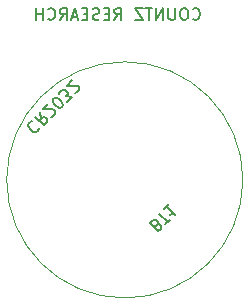
<source format=gbr>
%TF.GenerationSoftware,KiCad,Pcbnew,(5.1.9-0-10_14)*%
%TF.CreationDate,2021-04-10T21:21:16-04:00*%
%TF.ProjectId,Hexo,4865786f-2e6b-4696-9361-645f70636258,1*%
%TF.SameCoordinates,Original*%
%TF.FileFunction,Legend,Bot*%
%TF.FilePolarity,Positive*%
%FSLAX46Y46*%
G04 Gerber Fmt 4.6, Leading zero omitted, Abs format (unit mm)*
G04 Created by KiCad (PCBNEW (5.1.9-0-10_14)) date 2021-04-10 21:21:16*
%MOMM*%
%LPD*%
G01*
G04 APERTURE LIST*
%ADD10C,0.150000*%
%ADD11C,0.120000*%
G04 APERTURE END LIST*
D10*
X143146784Y-91238018D02*
X143079441Y-91238018D01*
X142944754Y-91305362D01*
X142877410Y-91372705D01*
X142810067Y-91507392D01*
X142810067Y-91642079D01*
X142843739Y-91743095D01*
X142944754Y-91911453D01*
X143045769Y-92012469D01*
X143214128Y-92113484D01*
X143315143Y-92147156D01*
X143449830Y-92147156D01*
X143584517Y-92079812D01*
X143651861Y-92012469D01*
X143719204Y-91877782D01*
X143719204Y-91810438D01*
X143786548Y-90463568D02*
X143887563Y-91035988D01*
X143382487Y-90867629D02*
X144089593Y-91574736D01*
X144358967Y-91305362D01*
X144392639Y-91204347D01*
X144392639Y-91137003D01*
X144358967Y-91035988D01*
X144257952Y-90934973D01*
X144156937Y-90901301D01*
X144089593Y-90901301D01*
X143988578Y-90934973D01*
X143719204Y-91204347D01*
X144695685Y-90833957D02*
X144763028Y-90833957D01*
X144864044Y-90800286D01*
X145032402Y-90631927D01*
X145066074Y-90530912D01*
X145066074Y-90463568D01*
X145032402Y-90362553D01*
X144965059Y-90295209D01*
X144830372Y-90227866D01*
X144022250Y-90227866D01*
X144459983Y-89790133D01*
X145604822Y-90059507D02*
X145672166Y-89992164D01*
X145705837Y-89891148D01*
X145705837Y-89823805D01*
X145672166Y-89722790D01*
X145571150Y-89554431D01*
X145402792Y-89386072D01*
X145234433Y-89285057D01*
X145133418Y-89251385D01*
X145066074Y-89251385D01*
X144965059Y-89285057D01*
X144897715Y-89352400D01*
X144864044Y-89453416D01*
X144864044Y-89520759D01*
X144897715Y-89621774D01*
X144998731Y-89790133D01*
X145167089Y-89958492D01*
X145335448Y-90059507D01*
X145436463Y-90093179D01*
X145503807Y-90093179D01*
X145604822Y-90059507D01*
X146076227Y-89588103D02*
X146513959Y-89150370D01*
X146008883Y-89116698D01*
X146109898Y-89015683D01*
X146143570Y-88914668D01*
X146143570Y-88847324D01*
X146109898Y-88746309D01*
X145941540Y-88577950D01*
X145840524Y-88544278D01*
X145773181Y-88544278D01*
X145672166Y-88577950D01*
X145470135Y-88779981D01*
X145436463Y-88880996D01*
X145436463Y-88948339D01*
X146715990Y-88813652D02*
X146783333Y-88813652D01*
X146884349Y-88779981D01*
X147052707Y-88611622D01*
X147086379Y-88510607D01*
X147086379Y-88443263D01*
X147052707Y-88342248D01*
X146985364Y-88274904D01*
X146850677Y-88207561D01*
X146042555Y-88207561D01*
X146480288Y-87769828D01*
X156714213Y-82566142D02*
X156761832Y-82613761D01*
X156904689Y-82661380D01*
X156999927Y-82661380D01*
X157142784Y-82613761D01*
X157238022Y-82518523D01*
X157285641Y-82423285D01*
X157333260Y-82232809D01*
X157333260Y-82089952D01*
X157285641Y-81899476D01*
X157238022Y-81804238D01*
X157142784Y-81709000D01*
X156999927Y-81661380D01*
X156904689Y-81661380D01*
X156761832Y-81709000D01*
X156714213Y-81756619D01*
X156095165Y-81661380D02*
X155904689Y-81661380D01*
X155809451Y-81709000D01*
X155714213Y-81804238D01*
X155666594Y-81994714D01*
X155666594Y-82328047D01*
X155714213Y-82518523D01*
X155809451Y-82613761D01*
X155904689Y-82661380D01*
X156095165Y-82661380D01*
X156190403Y-82613761D01*
X156285641Y-82518523D01*
X156333260Y-82328047D01*
X156333260Y-81994714D01*
X156285641Y-81804238D01*
X156190403Y-81709000D01*
X156095165Y-81661380D01*
X155238022Y-81661380D02*
X155238022Y-82470904D01*
X155190403Y-82566142D01*
X155142784Y-82613761D01*
X155047546Y-82661380D01*
X154857070Y-82661380D01*
X154761832Y-82613761D01*
X154714213Y-82566142D01*
X154666594Y-82470904D01*
X154666594Y-81661380D01*
X154190403Y-82661380D02*
X154190403Y-81661380D01*
X153618975Y-82661380D01*
X153618975Y-81661380D01*
X153285641Y-81661380D02*
X152714213Y-81661380D01*
X152999927Y-82661380D02*
X152999927Y-81661380D01*
X152476118Y-81661380D02*
X151809451Y-81661380D01*
X152476118Y-82661380D01*
X151809451Y-82661380D01*
X150095165Y-82661380D02*
X150428499Y-82185190D01*
X150666594Y-82661380D02*
X150666594Y-81661380D01*
X150285641Y-81661380D01*
X150190403Y-81709000D01*
X150142784Y-81756619D01*
X150095165Y-81851857D01*
X150095165Y-81994714D01*
X150142784Y-82089952D01*
X150190403Y-82137571D01*
X150285641Y-82185190D01*
X150666594Y-82185190D01*
X149666594Y-82137571D02*
X149333260Y-82137571D01*
X149190403Y-82661380D02*
X149666594Y-82661380D01*
X149666594Y-81661380D01*
X149190403Y-81661380D01*
X148809451Y-82613761D02*
X148666594Y-82661380D01*
X148428499Y-82661380D01*
X148333260Y-82613761D01*
X148285641Y-82566142D01*
X148238022Y-82470904D01*
X148238022Y-82375666D01*
X148285641Y-82280428D01*
X148333260Y-82232809D01*
X148428499Y-82185190D01*
X148618975Y-82137571D01*
X148714213Y-82089952D01*
X148761832Y-82042333D01*
X148809451Y-81947095D01*
X148809451Y-81851857D01*
X148761832Y-81756619D01*
X148714213Y-81709000D01*
X148618975Y-81661380D01*
X148380880Y-81661380D01*
X148238022Y-81709000D01*
X147809451Y-82137571D02*
X147476118Y-82137571D01*
X147333260Y-82661380D02*
X147809451Y-82661380D01*
X147809451Y-81661380D01*
X147333260Y-81661380D01*
X146952308Y-82375666D02*
X146476118Y-82375666D01*
X147047546Y-82661380D02*
X146714213Y-81661380D01*
X146380880Y-82661380D01*
X145476118Y-82661380D02*
X145809451Y-82185190D01*
X146047546Y-82661380D02*
X146047546Y-81661380D01*
X145666594Y-81661380D01*
X145571356Y-81709000D01*
X145523737Y-81756619D01*
X145476118Y-81851857D01*
X145476118Y-81994714D01*
X145523737Y-82089952D01*
X145571356Y-82137571D01*
X145666594Y-82185190D01*
X146047546Y-82185190D01*
X144476118Y-82566142D02*
X144523737Y-82613761D01*
X144666594Y-82661380D01*
X144761832Y-82661380D01*
X144904689Y-82613761D01*
X144999927Y-82518523D01*
X145047546Y-82423285D01*
X145095165Y-82232809D01*
X145095165Y-82089952D01*
X145047546Y-81899476D01*
X144999927Y-81804238D01*
X144904689Y-81709000D01*
X144761832Y-81661380D01*
X144666594Y-81661380D01*
X144523737Y-81709000D01*
X144476118Y-81756619D01*
X144047546Y-82661380D02*
X144047546Y-81661380D01*
X144047546Y-82137571D02*
X143476118Y-82137571D01*
X143476118Y-82661380D02*
X143476118Y-81661380D01*
D11*
%TO.C,BT1*%
X160966309Y-96196363D02*
G75*
G03*
X160966309Y-96196363I-10000000J0D01*
G01*
D10*
X153675803Y-99990091D02*
X153743147Y-99855404D01*
X153743147Y-99788061D01*
X153709475Y-99687045D01*
X153608460Y-99586030D01*
X153507444Y-99552358D01*
X153440101Y-99552358D01*
X153339086Y-99586030D01*
X153069712Y-99855404D01*
X153776818Y-100562511D01*
X154012521Y-100326809D01*
X154046192Y-100225793D01*
X154046192Y-100158450D01*
X154012521Y-100057435D01*
X153945177Y-99990091D01*
X153844162Y-99956419D01*
X153776818Y-99956419D01*
X153675803Y-99990091D01*
X153440101Y-100225793D01*
X154382910Y-99956419D02*
X154786971Y-99552358D01*
X153877834Y-99047282D02*
X154584941Y-99754389D01*
X154685956Y-98239160D02*
X154281895Y-98643221D01*
X154483925Y-98441190D02*
X155191032Y-99148297D01*
X155022673Y-99114625D01*
X154887986Y-99114625D01*
X154786971Y-99148297D01*
%TD*%
M02*

</source>
